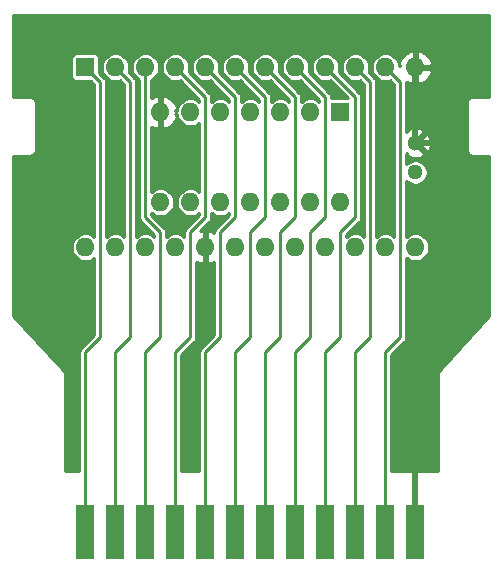
<source format=gbr>
%TF.GenerationSoftware,KiCad,Pcbnew,5.1.9+dfsg1-1+deb11u1*%
%TF.CreationDate,2022-09-21T22:02:56+02:00*%
%TF.ProjectId,outline+2600cart,6f75746c-696e-4652-9b32-363030636172,rev?*%
%TF.SameCoordinates,Original*%
%TF.FileFunction,Copper,L1,Top*%
%TF.FilePolarity,Positive*%
%FSLAX46Y46*%
G04 Gerber Fmt 4.6, Leading zero omitted, Abs format (unit mm)*
G04 Created by KiCad (PCBNEW 5.1.9+dfsg1-1+deb11u1) date 2022-09-21 22:02:56*
%MOMM*%
%LPD*%
G01*
G04 APERTURE LIST*
%TA.AperFunction,ComponentPad*%
%ADD10R,1.600000X1.600000*%
%TD*%
%TA.AperFunction,ComponentPad*%
%ADD11O,1.600000X1.600000*%
%TD*%
%TA.AperFunction,ComponentPad*%
%ADD12O,1.300000X1.300000*%
%TD*%
%TA.AperFunction,ComponentPad*%
%ADD13C,1.300000*%
%TD*%
%TA.AperFunction,ConnectorPad*%
%ADD14R,1.524000X4.572000*%
%TD*%
%TA.AperFunction,Conductor*%
%ADD15C,0.500000*%
%TD*%
%TA.AperFunction,Conductor*%
%ADD16C,0.250000*%
%TD*%
%TA.AperFunction,Conductor*%
%ADD17C,0.254000*%
%TD*%
%TA.AperFunction,Conductor*%
%ADD18C,0.100000*%
%TD*%
G04 APERTURE END LIST*
D10*
%TO.P,U3,1*%
%TO.N,A7*%
X95504000Y-50800000D03*
D11*
%TO.P,U3,2*%
%TO.N,A6*%
X98044000Y-50800000D03*
%TO.P,U3,3*%
%TO.N,A5*%
X100584000Y-50800000D03*
%TO.P,U3,4*%
%TO.N,A4*%
X103124000Y-50800000D03*
%TO.P,U3,5*%
%TO.N,A3*%
X105664000Y-50800000D03*
%TO.P,U3,6*%
%TO.N,A2*%
X108204000Y-50800000D03*
%TO.P,U3,7*%
%TO.N,A1*%
X110744000Y-50800000D03*
%TO.P,U3,8*%
%TO.N,A0*%
X113284000Y-50800000D03*
%TO.P,U3,9*%
%TO.N,D0*%
X115824000Y-50800000D03*
%TO.P,U3,10*%
%TO.N,D1*%
X118364000Y-50800000D03*
%TO.P,U3,11*%
%TO.N,D2*%
X120904000Y-50800000D03*
%TO.P,U3,12*%
%TO.N,GND*%
X123444000Y-50800000D03*
%TO.P,U3,13*%
%TO.N,D3*%
X123444000Y-66040000D03*
%TO.P,U3,14*%
%TO.N,D4*%
X120904000Y-66040000D03*
%TO.P,U3,15*%
%TO.N,D5*%
X118364000Y-66040000D03*
%TO.P,U3,16*%
%TO.N,D6*%
X115824000Y-66040000D03*
%TO.P,U3,17*%
%TO.N,D7*%
X113284000Y-66040000D03*
%TO.P,U3,18*%
%TO.N,~ENABLE*%
X110744000Y-66040000D03*
%TO.P,U3,19*%
%TO.N,A10*%
X108204000Y-66040000D03*
%TO.P,U3,20*%
%TO.N,GND*%
X105664000Y-66040000D03*
%TO.P,U3,21*%
%TO.N,A11*%
X103124000Y-66040000D03*
%TO.P,U3,22*%
%TO.N,A9*%
X100584000Y-66040000D03*
%TO.P,U3,23*%
%TO.N,A8*%
X98044000Y-66040000D03*
%TO.P,U3,24*%
%TO.N,VCC*%
X95504000Y-66040000D03*
%TD*%
D12*
%TO.P,C1,1*%
%TO.N,VCC*%
X123444000Y-59690000D03*
D13*
%TO.P,C1,2*%
%TO.N,GND*%
X123444000Y-57190000D03*
%TD*%
D10*
%TO.P,U2,1*%
%TO.N,VCC*%
X117094000Y-54610000D03*
D11*
%TO.P,U2,2*%
%TO.N,N/C*%
X114554000Y-54610000D03*
%TO.P,U2,3*%
%TO.N,VCC*%
X112014000Y-54610000D03*
%TO.P,U2,4*%
%TO.N,N/C*%
X109474000Y-54610000D03*
%TO.P,U2,5*%
%TO.N,VCC*%
X106934000Y-54610000D03*
%TO.P,U2,6*%
%TO.N,N/C*%
X104394000Y-54610000D03*
%TO.P,U2,7*%
%TO.N,GND*%
X101854000Y-54610000D03*
%TO.P,U2,8*%
%TO.N,N/C*%
X101854000Y-62230000D03*
%TO.P,U2,9*%
%TO.N,VCC*%
X104394000Y-62230000D03*
%TO.P,U2,10*%
%TO.N,N/C*%
X106934000Y-62230000D03*
%TO.P,U2,11*%
%TO.N,VCC*%
X109474000Y-62230000D03*
%TO.P,U2,12*%
%TO.N,~ENABLE*%
X112014000Y-62230000D03*
%TO.P,U2,13*%
%TO.N,A12*%
X114554000Y-62230000D03*
%TO.P,U2,14*%
%TO.N,VCC*%
X117094000Y-62230000D03*
%TD*%
D14*
%TO.P,U1,12*%
%TO.N,GND*%
X123444000Y-90170000D03*
%TO.P,U1,11*%
%TO.N,D2*%
X120904000Y-90170000D03*
%TO.P,U1,10*%
%TO.N,D1*%
X118364000Y-90170000D03*
%TO.P,U1,9*%
%TO.N,D0*%
X115824000Y-90170000D03*
%TO.P,U1,8*%
%TO.N,A0*%
X113284000Y-90170000D03*
%TO.P,U1,7*%
%TO.N,A1*%
X110744000Y-90170000D03*
%TO.P,U1,6*%
%TO.N,A2*%
X108204000Y-90170000D03*
%TO.P,U1,5*%
%TO.N,A3*%
X105664000Y-90170000D03*
%TO.P,U1,4*%
%TO.N,A4*%
X103124000Y-90170000D03*
%TO.P,U1,3*%
%TO.N,A5*%
X100584000Y-90170000D03*
%TO.P,U1,2*%
%TO.N,A6*%
X98044000Y-90170000D03*
%TO.P,U1,1*%
%TO.N,A7*%
X95504000Y-90170000D03*
%TD*%
D15*
%TO.N,GND*%
X123444000Y-88900000D02*
X123444000Y-74930000D01*
X123444000Y-74930000D02*
X124714000Y-73660000D01*
X124714000Y-73660000D02*
X125984000Y-72390000D01*
X125984000Y-72390000D02*
X125984000Y-58420000D01*
X125984000Y-58420000D02*
X124754000Y-57190000D01*
X124754000Y-57190000D02*
X123444000Y-57190000D01*
X123444000Y-57190000D02*
X123444000Y-50800000D01*
D16*
%TO.N,A7*%
X96774000Y-52070000D02*
X95504000Y-50800000D01*
X96774000Y-73660000D02*
X96774000Y-52070000D01*
X95504000Y-88900000D02*
X95504000Y-74930000D01*
X95504000Y-74930000D02*
X96774000Y-73660000D01*
%TO.N,A6*%
X99314000Y-52070000D02*
X98044000Y-50800000D01*
X99314000Y-73660000D02*
X99314000Y-52070000D01*
X98044000Y-88900000D02*
X98044000Y-74930000D01*
X98044000Y-74930000D02*
X99314000Y-73660000D01*
%TO.N,A5*%
X100584000Y-63500000D02*
X100584000Y-50800000D01*
X101854000Y-64770000D02*
X100584000Y-63500000D01*
X101854000Y-73660000D02*
X101854000Y-64770000D01*
X100584000Y-88900000D02*
X100584000Y-74930000D01*
X100584000Y-74930000D02*
X101854000Y-73660000D01*
%TO.N,A4*%
X105664000Y-53340000D02*
X103124000Y-50800000D01*
X105664000Y-63500000D02*
X105664000Y-53340000D01*
X104394000Y-64770000D02*
X105664000Y-63500000D01*
X104394000Y-73660000D02*
X104394000Y-64770000D01*
X103124000Y-88900000D02*
X103124000Y-74930000D01*
X103124000Y-74930000D02*
X104394000Y-73660000D01*
%TO.N,A3*%
X108204000Y-53340000D02*
X105664000Y-50800000D01*
X108204000Y-63500000D02*
X108204000Y-53340000D01*
X106934000Y-64770000D02*
X108204000Y-63500000D01*
X106934000Y-73660000D02*
X106934000Y-64770000D01*
X105664000Y-88900000D02*
X105664000Y-74930000D01*
X105664000Y-74930000D02*
X106934000Y-73660000D01*
%TO.N,A2*%
X108204000Y-88900000D02*
X108204000Y-74930000D01*
X108204000Y-74930000D02*
X109474000Y-73660000D01*
X110744000Y-53340000D02*
X108204000Y-50800000D01*
X110744000Y-63500000D02*
X110744000Y-53340000D01*
X109474000Y-64770000D02*
X110744000Y-63500000D01*
X109474000Y-73660000D02*
X109474000Y-64770000D01*
%TO.N,A1*%
X113284000Y-53340000D02*
X110744000Y-50800000D01*
X113284000Y-63500000D02*
X113284000Y-53340000D01*
X112014000Y-64770000D02*
X113284000Y-63500000D01*
X112014000Y-73660000D02*
X112014000Y-64770000D01*
X110744000Y-88900000D02*
X110744000Y-74930000D01*
X110744000Y-74930000D02*
X112014000Y-73660000D01*
%TO.N,A0*%
X113284000Y-88900000D02*
X113284000Y-74930000D01*
X115824000Y-53340000D02*
X113284000Y-50800000D01*
X115824000Y-63500000D02*
X115824000Y-53340000D01*
X114554000Y-64770000D02*
X115824000Y-63500000D01*
X114554000Y-73660000D02*
X114554000Y-64770000D01*
X113284000Y-74930000D02*
X114554000Y-73660000D01*
%TO.N,D0*%
X118364000Y-53340000D02*
X115824000Y-50800000D01*
X118364000Y-63500000D02*
X118364000Y-53340000D01*
X117094000Y-64770000D02*
X118364000Y-63500000D01*
X117094000Y-73660000D02*
X117094000Y-64770000D01*
X115824000Y-88900000D02*
X115824000Y-74930000D01*
X115824000Y-74930000D02*
X117094000Y-73660000D01*
%TO.N,D1*%
X119634000Y-52070000D02*
X118364000Y-50800000D01*
X119634000Y-73660000D02*
X119634000Y-52070000D01*
X118364000Y-88900000D02*
X118364000Y-74930000D01*
X118364000Y-74930000D02*
X119634000Y-73660000D01*
%TO.N,D2*%
X120904000Y-88900000D02*
X120904000Y-74930000D01*
X120904000Y-74930000D02*
X122174000Y-73660000D01*
X122174000Y-52070000D02*
X120904000Y-50800000D01*
X122174000Y-73660000D02*
X122174000Y-52070000D01*
%TD*%
D17*
%TO.N,GND*%
X107698000Y-63290408D02*
X106593780Y-64394629D01*
X106574474Y-64410473D01*
X106511242Y-64487521D01*
X106486127Y-64534508D01*
X106464255Y-64575426D01*
X106435322Y-64670808D01*
X106425553Y-64770000D01*
X106428001Y-64794856D01*
X106428001Y-64828666D01*
X106401420Y-64808963D01*
X106147087Y-64688754D01*
X106013039Y-64648096D01*
X105791000Y-64770085D01*
X105791000Y-65913000D01*
X105811000Y-65913000D01*
X105811000Y-66167000D01*
X105791000Y-66167000D01*
X105791000Y-67309915D01*
X106013039Y-67431904D01*
X106147087Y-67391246D01*
X106401420Y-67271037D01*
X106428001Y-67251334D01*
X106428000Y-73450408D01*
X105323780Y-74554629D01*
X105304474Y-74570473D01*
X105241242Y-74647521D01*
X105216127Y-74694508D01*
X105194255Y-74735426D01*
X105165322Y-74830808D01*
X105155553Y-74930000D01*
X105158001Y-74954856D01*
X105158000Y-84963000D01*
X103630000Y-84963000D01*
X103630000Y-75139591D01*
X104734220Y-74035372D01*
X104753527Y-74019527D01*
X104816759Y-73942479D01*
X104863745Y-73854575D01*
X104892678Y-73759193D01*
X104900000Y-73684854D01*
X104900000Y-73684847D01*
X104902447Y-73660001D01*
X104900000Y-73635155D01*
X104900000Y-67251335D01*
X104926580Y-67271037D01*
X105180913Y-67391246D01*
X105314961Y-67431904D01*
X105537000Y-67309915D01*
X105537000Y-66167000D01*
X105517000Y-66167000D01*
X105517000Y-65913000D01*
X105537000Y-65913000D01*
X105537000Y-64770085D01*
X105314961Y-64648096D01*
X105195158Y-64684433D01*
X106004220Y-63875372D01*
X106023527Y-63859527D01*
X106086759Y-63782479D01*
X106133745Y-63694575D01*
X106162678Y-63599193D01*
X106170000Y-63524854D01*
X106170000Y-63524847D01*
X106172447Y-63500001D01*
X106170000Y-63475155D01*
X106170000Y-63136185D01*
X106181157Y-63147342D01*
X106374587Y-63276588D01*
X106589515Y-63365614D01*
X106817682Y-63411000D01*
X107050318Y-63411000D01*
X107278485Y-63365614D01*
X107493413Y-63276588D01*
X107686843Y-63147342D01*
X107698000Y-63136185D01*
X107698000Y-63290408D01*
%TA.AperFunction,Conductor*%
D18*
G36*
X107698000Y-63290408D02*
G01*
X106593780Y-64394629D01*
X106574474Y-64410473D01*
X106511242Y-64487521D01*
X106486127Y-64534508D01*
X106464255Y-64575426D01*
X106435322Y-64670808D01*
X106425553Y-64770000D01*
X106428001Y-64794856D01*
X106428001Y-64828666D01*
X106401420Y-64808963D01*
X106147087Y-64688754D01*
X106013039Y-64648096D01*
X105791000Y-64770085D01*
X105791000Y-65913000D01*
X105811000Y-65913000D01*
X105811000Y-66167000D01*
X105791000Y-66167000D01*
X105791000Y-67309915D01*
X106013039Y-67431904D01*
X106147087Y-67391246D01*
X106401420Y-67271037D01*
X106428001Y-67251334D01*
X106428000Y-73450408D01*
X105323780Y-74554629D01*
X105304474Y-74570473D01*
X105241242Y-74647521D01*
X105216127Y-74694508D01*
X105194255Y-74735426D01*
X105165322Y-74830808D01*
X105155553Y-74930000D01*
X105158001Y-74954856D01*
X105158000Y-84963000D01*
X103630000Y-84963000D01*
X103630000Y-75139591D01*
X104734220Y-74035372D01*
X104753527Y-74019527D01*
X104816759Y-73942479D01*
X104863745Y-73854575D01*
X104892678Y-73759193D01*
X104900000Y-73684854D01*
X104900000Y-73684847D01*
X104902447Y-73660001D01*
X104900000Y-73635155D01*
X104900000Y-67251335D01*
X104926580Y-67271037D01*
X105180913Y-67391246D01*
X105314961Y-67431904D01*
X105537000Y-67309915D01*
X105537000Y-66167000D01*
X105517000Y-66167000D01*
X105517000Y-65913000D01*
X105537000Y-65913000D01*
X105537000Y-64770085D01*
X105314961Y-64648096D01*
X105195158Y-64684433D01*
X106004220Y-63875372D01*
X106023527Y-63859527D01*
X106086759Y-63782479D01*
X106133745Y-63694575D01*
X106162678Y-63599193D01*
X106170000Y-63524854D01*
X106170000Y-63524847D01*
X106172447Y-63500001D01*
X106170000Y-63475155D01*
X106170000Y-63136185D01*
X106181157Y-63147342D01*
X106374587Y-63276588D01*
X106589515Y-63365614D01*
X106817682Y-63411000D01*
X107050318Y-63411000D01*
X107278485Y-63365614D01*
X107493413Y-63276588D01*
X107686843Y-63147342D01*
X107698000Y-63136185D01*
X107698000Y-63290408D01*
G37*
%TD.AperFunction*%
D17*
X129667000Y-53289200D02*
X128320347Y-53289200D01*
X128295400Y-53286743D01*
X128270453Y-53289200D01*
X128195815Y-53296551D01*
X128100057Y-53325599D01*
X128011805Y-53372771D01*
X127934452Y-53436252D01*
X127870971Y-53513605D01*
X127823799Y-53601857D01*
X127794751Y-53697615D01*
X127784943Y-53797200D01*
X127787401Y-53822157D01*
X127787400Y-57760053D01*
X127784943Y-57785000D01*
X127794751Y-57884585D01*
X127823799Y-57980343D01*
X127870971Y-58068595D01*
X127934452Y-58145948D01*
X128011805Y-58209429D01*
X128100057Y-58256601D01*
X128195815Y-58285649D01*
X128295400Y-58295457D01*
X128320347Y-58293000D01*
X129667001Y-58293000D01*
X129667000Y-71887951D01*
X125481233Y-76465370D01*
X125470653Y-76474052D01*
X125447547Y-76502207D01*
X125439875Y-76510597D01*
X125431710Y-76521505D01*
X125407172Y-76551405D01*
X125401786Y-76561482D01*
X125394932Y-76570638D01*
X125378229Y-76605553D01*
X125360000Y-76639657D01*
X125356683Y-76650593D01*
X125351748Y-76660908D01*
X125342181Y-76698398D01*
X125330952Y-76735415D01*
X125329832Y-76746792D01*
X125327005Y-76757868D01*
X125324935Y-76796509D01*
X125323601Y-76810053D01*
X125323601Y-76821409D01*
X125321652Y-76857790D01*
X125323601Y-76871342D01*
X125323600Y-84963000D01*
X121410000Y-84963000D01*
X121410000Y-75139591D01*
X122514220Y-74035372D01*
X122533527Y-74019527D01*
X122596759Y-73942479D01*
X122643745Y-73854575D01*
X122672678Y-73759193D01*
X122680000Y-73684854D01*
X122680000Y-73684847D01*
X122682447Y-73660001D01*
X122680000Y-73635155D01*
X122680000Y-66946185D01*
X122691157Y-66957342D01*
X122884587Y-67086588D01*
X123099515Y-67175614D01*
X123327682Y-67221000D01*
X123560318Y-67221000D01*
X123788485Y-67175614D01*
X124003413Y-67086588D01*
X124196843Y-66957342D01*
X124361342Y-66792843D01*
X124490588Y-66599413D01*
X124579614Y-66384485D01*
X124625000Y-66156318D01*
X124625000Y-65923682D01*
X124579614Y-65695515D01*
X124490588Y-65480587D01*
X124361342Y-65287157D01*
X124196843Y-65122658D01*
X124003413Y-64993412D01*
X123788485Y-64904386D01*
X123560318Y-64859000D01*
X123327682Y-64859000D01*
X123099515Y-64904386D01*
X122884587Y-64993412D01*
X122691157Y-65122658D01*
X122680000Y-65133815D01*
X122680000Y-60384054D01*
X122786776Y-60490830D01*
X122955638Y-60603661D01*
X123143268Y-60681380D01*
X123342455Y-60721000D01*
X123545545Y-60721000D01*
X123744732Y-60681380D01*
X123932362Y-60603661D01*
X124101224Y-60490830D01*
X124244830Y-60347224D01*
X124357661Y-60178362D01*
X124435380Y-59990732D01*
X124475000Y-59791545D01*
X124475000Y-59588455D01*
X124435380Y-59389268D01*
X124357661Y-59201638D01*
X124244830Y-59032776D01*
X124101224Y-58889170D01*
X123932362Y-58776339D01*
X123744732Y-58698620D01*
X123545545Y-58659000D01*
X123342455Y-58659000D01*
X123143268Y-58698620D01*
X122955638Y-58776339D01*
X122786776Y-58889170D01*
X122680000Y-58995946D01*
X122680000Y-58133608D01*
X122738079Y-58075529D01*
X122791466Y-58304201D01*
X123021374Y-58410095D01*
X123267524Y-58469102D01*
X123520455Y-58478952D01*
X123770449Y-58439270D01*
X124007896Y-58351578D01*
X124096534Y-58304201D01*
X124149922Y-58075527D01*
X123444000Y-57369605D01*
X123429858Y-57383748D01*
X123250253Y-57204143D01*
X123264395Y-57190000D01*
X123623605Y-57190000D01*
X124329527Y-57895922D01*
X124558201Y-57842534D01*
X124664095Y-57612626D01*
X124723102Y-57366476D01*
X124732952Y-57113545D01*
X124693270Y-56863551D01*
X124605578Y-56626104D01*
X124558201Y-56537466D01*
X124329527Y-56484078D01*
X123623605Y-57190000D01*
X123264395Y-57190000D01*
X123250253Y-57175858D01*
X123429858Y-56996253D01*
X123444000Y-57010395D01*
X124149922Y-56304473D01*
X124096534Y-56075799D01*
X123866626Y-55969905D01*
X123620476Y-55910898D01*
X123367545Y-55901048D01*
X123117551Y-55940730D01*
X122880104Y-56028422D01*
X122791466Y-56075799D01*
X122738079Y-56304471D01*
X122680000Y-56246392D01*
X122680000Y-52094845D01*
X122682447Y-52069999D01*
X122680000Y-52045153D01*
X122680000Y-52045146D01*
X122676407Y-52008672D01*
X122706580Y-52031037D01*
X122960913Y-52151246D01*
X123094961Y-52191904D01*
X123317000Y-52069915D01*
X123317000Y-50927000D01*
X123571000Y-50927000D01*
X123571000Y-52069915D01*
X123793039Y-52191904D01*
X123927087Y-52151246D01*
X124181420Y-52031037D01*
X124407414Y-51863519D01*
X124596385Y-51655131D01*
X124741070Y-51413881D01*
X124835909Y-51149040D01*
X124714624Y-50927000D01*
X123571000Y-50927000D01*
X123317000Y-50927000D01*
X123297000Y-50927000D01*
X123297000Y-50673000D01*
X123317000Y-50673000D01*
X123317000Y-49530085D01*
X123571000Y-49530085D01*
X123571000Y-50673000D01*
X124714624Y-50673000D01*
X124835909Y-50450960D01*
X124741070Y-50186119D01*
X124596385Y-49944869D01*
X124407414Y-49736481D01*
X124181420Y-49568963D01*
X123927087Y-49448754D01*
X123793039Y-49408096D01*
X123571000Y-49530085D01*
X123317000Y-49530085D01*
X123094961Y-49408096D01*
X122960913Y-49448754D01*
X122706580Y-49568963D01*
X122480586Y-49736481D01*
X122291615Y-49944869D01*
X122146930Y-50186119D01*
X122052091Y-50450960D01*
X122173375Y-50672998D01*
X122082875Y-50672998D01*
X122039614Y-50455515D01*
X121950588Y-50240587D01*
X121821342Y-50047157D01*
X121656843Y-49882658D01*
X121463413Y-49753412D01*
X121248485Y-49664386D01*
X121020318Y-49619000D01*
X120787682Y-49619000D01*
X120559515Y-49664386D01*
X120344587Y-49753412D01*
X120151157Y-49882658D01*
X119986658Y-50047157D01*
X119857412Y-50240587D01*
X119768386Y-50455515D01*
X119723000Y-50683682D01*
X119723000Y-50916318D01*
X119768386Y-51144485D01*
X119857412Y-51359413D01*
X119986658Y-51552843D01*
X120151157Y-51717342D01*
X120344587Y-51846588D01*
X120559515Y-51935614D01*
X120787682Y-51981000D01*
X121020318Y-51981000D01*
X121248485Y-51935614D01*
X121301898Y-51913490D01*
X121668001Y-52279593D01*
X121668000Y-65133815D01*
X121656843Y-65122658D01*
X121463413Y-64993412D01*
X121248485Y-64904386D01*
X121020318Y-64859000D01*
X120787682Y-64859000D01*
X120559515Y-64904386D01*
X120344587Y-64993412D01*
X120151157Y-65122658D01*
X120140000Y-65133815D01*
X120140000Y-52094845D01*
X120142447Y-52069999D01*
X120140000Y-52045153D01*
X120140000Y-52045146D01*
X120132678Y-51970807D01*
X120103745Y-51875425D01*
X120056759Y-51787521D01*
X119993527Y-51710473D01*
X119974220Y-51694628D01*
X119477490Y-51197898D01*
X119499614Y-51144485D01*
X119545000Y-50916318D01*
X119545000Y-50683682D01*
X119499614Y-50455515D01*
X119410588Y-50240587D01*
X119281342Y-50047157D01*
X119116843Y-49882658D01*
X118923413Y-49753412D01*
X118708485Y-49664386D01*
X118480318Y-49619000D01*
X118247682Y-49619000D01*
X118019515Y-49664386D01*
X117804587Y-49753412D01*
X117611157Y-49882658D01*
X117446658Y-50047157D01*
X117317412Y-50240587D01*
X117228386Y-50455515D01*
X117183000Y-50683682D01*
X117183000Y-50916318D01*
X117228386Y-51144485D01*
X117317412Y-51359413D01*
X117446658Y-51552843D01*
X117611157Y-51717342D01*
X117804587Y-51846588D01*
X118019515Y-51935614D01*
X118247682Y-51981000D01*
X118480318Y-51981000D01*
X118708485Y-51935614D01*
X118761898Y-51913490D01*
X119128001Y-52279593D01*
X119128000Y-65133815D01*
X119116843Y-65122658D01*
X118923413Y-64993412D01*
X118708485Y-64904386D01*
X118480318Y-64859000D01*
X118247682Y-64859000D01*
X118019515Y-64904386D01*
X117804587Y-64993412D01*
X117611157Y-65122658D01*
X117600000Y-65133815D01*
X117600000Y-64979591D01*
X118704220Y-63875372D01*
X118723527Y-63859527D01*
X118786759Y-63782479D01*
X118833745Y-63694575D01*
X118862678Y-63599193D01*
X118870000Y-63524854D01*
X118870000Y-63524847D01*
X118872447Y-63500001D01*
X118870000Y-63475155D01*
X118870000Y-53364845D01*
X118872447Y-53339999D01*
X118870000Y-53315153D01*
X118870000Y-53315146D01*
X118862678Y-53240807D01*
X118833745Y-53145425D01*
X118786759Y-53057521D01*
X118723527Y-52980473D01*
X118704220Y-52964628D01*
X116937490Y-51197898D01*
X116959614Y-51144485D01*
X117005000Y-50916318D01*
X117005000Y-50683682D01*
X116959614Y-50455515D01*
X116870588Y-50240587D01*
X116741342Y-50047157D01*
X116576843Y-49882658D01*
X116383413Y-49753412D01*
X116168485Y-49664386D01*
X115940318Y-49619000D01*
X115707682Y-49619000D01*
X115479515Y-49664386D01*
X115264587Y-49753412D01*
X115071157Y-49882658D01*
X114906658Y-50047157D01*
X114777412Y-50240587D01*
X114688386Y-50455515D01*
X114643000Y-50683682D01*
X114643000Y-50916318D01*
X114688386Y-51144485D01*
X114777412Y-51359413D01*
X114906658Y-51552843D01*
X115071157Y-51717342D01*
X115264587Y-51846588D01*
X115479515Y-51935614D01*
X115707682Y-51981000D01*
X115940318Y-51981000D01*
X116168485Y-51935614D01*
X116221898Y-51913490D01*
X117735565Y-53427157D01*
X116330000Y-53427157D01*
X116330000Y-53364845D01*
X116332447Y-53339999D01*
X116330000Y-53315153D01*
X116330000Y-53315146D01*
X116322678Y-53240807D01*
X116293745Y-53145425D01*
X116246759Y-53057521D01*
X116183527Y-52980473D01*
X116164220Y-52964628D01*
X114397490Y-51197898D01*
X114419614Y-51144485D01*
X114465000Y-50916318D01*
X114465000Y-50683682D01*
X114419614Y-50455515D01*
X114330588Y-50240587D01*
X114201342Y-50047157D01*
X114036843Y-49882658D01*
X113843413Y-49753412D01*
X113628485Y-49664386D01*
X113400318Y-49619000D01*
X113167682Y-49619000D01*
X112939515Y-49664386D01*
X112724587Y-49753412D01*
X112531157Y-49882658D01*
X112366658Y-50047157D01*
X112237412Y-50240587D01*
X112148386Y-50455515D01*
X112103000Y-50683682D01*
X112103000Y-50916318D01*
X112148386Y-51144485D01*
X112237412Y-51359413D01*
X112366658Y-51552843D01*
X112531157Y-51717342D01*
X112724587Y-51846588D01*
X112939515Y-51935614D01*
X113167682Y-51981000D01*
X113400318Y-51981000D01*
X113628485Y-51935614D01*
X113681898Y-51913490D01*
X115318001Y-53549593D01*
X115318001Y-53703816D01*
X115306843Y-53692658D01*
X115113413Y-53563412D01*
X114898485Y-53474386D01*
X114670318Y-53429000D01*
X114437682Y-53429000D01*
X114209515Y-53474386D01*
X113994587Y-53563412D01*
X113801157Y-53692658D01*
X113790000Y-53703815D01*
X113790000Y-53364845D01*
X113792447Y-53339999D01*
X113790000Y-53315153D01*
X113790000Y-53315146D01*
X113782678Y-53240807D01*
X113753745Y-53145425D01*
X113706759Y-53057521D01*
X113643527Y-52980473D01*
X113624220Y-52964628D01*
X111857490Y-51197898D01*
X111879614Y-51144485D01*
X111925000Y-50916318D01*
X111925000Y-50683682D01*
X111879614Y-50455515D01*
X111790588Y-50240587D01*
X111661342Y-50047157D01*
X111496843Y-49882658D01*
X111303413Y-49753412D01*
X111088485Y-49664386D01*
X110860318Y-49619000D01*
X110627682Y-49619000D01*
X110399515Y-49664386D01*
X110184587Y-49753412D01*
X109991157Y-49882658D01*
X109826658Y-50047157D01*
X109697412Y-50240587D01*
X109608386Y-50455515D01*
X109563000Y-50683682D01*
X109563000Y-50916318D01*
X109608386Y-51144485D01*
X109697412Y-51359413D01*
X109826658Y-51552843D01*
X109991157Y-51717342D01*
X110184587Y-51846588D01*
X110399515Y-51935614D01*
X110627682Y-51981000D01*
X110860318Y-51981000D01*
X111088485Y-51935614D01*
X111141898Y-51913490D01*
X112778001Y-53549593D01*
X112778001Y-53703816D01*
X112766843Y-53692658D01*
X112573413Y-53563412D01*
X112358485Y-53474386D01*
X112130318Y-53429000D01*
X111897682Y-53429000D01*
X111669515Y-53474386D01*
X111454587Y-53563412D01*
X111261157Y-53692658D01*
X111250000Y-53703815D01*
X111250000Y-53364845D01*
X111252447Y-53339999D01*
X111250000Y-53315153D01*
X111250000Y-53315146D01*
X111242678Y-53240807D01*
X111213745Y-53145425D01*
X111166759Y-53057521D01*
X111103527Y-52980473D01*
X111084220Y-52964628D01*
X109317490Y-51197898D01*
X109339614Y-51144485D01*
X109385000Y-50916318D01*
X109385000Y-50683682D01*
X109339614Y-50455515D01*
X109250588Y-50240587D01*
X109121342Y-50047157D01*
X108956843Y-49882658D01*
X108763413Y-49753412D01*
X108548485Y-49664386D01*
X108320318Y-49619000D01*
X108087682Y-49619000D01*
X107859515Y-49664386D01*
X107644587Y-49753412D01*
X107451157Y-49882658D01*
X107286658Y-50047157D01*
X107157412Y-50240587D01*
X107068386Y-50455515D01*
X107023000Y-50683682D01*
X107023000Y-50916318D01*
X107068386Y-51144485D01*
X107157412Y-51359413D01*
X107286658Y-51552843D01*
X107451157Y-51717342D01*
X107644587Y-51846588D01*
X107859515Y-51935614D01*
X108087682Y-51981000D01*
X108320318Y-51981000D01*
X108548485Y-51935614D01*
X108601898Y-51913490D01*
X110238001Y-53549593D01*
X110238001Y-53703816D01*
X110226843Y-53692658D01*
X110033413Y-53563412D01*
X109818485Y-53474386D01*
X109590318Y-53429000D01*
X109357682Y-53429000D01*
X109129515Y-53474386D01*
X108914587Y-53563412D01*
X108721157Y-53692658D01*
X108710000Y-53703815D01*
X108710000Y-53364845D01*
X108712447Y-53339999D01*
X108710000Y-53315153D01*
X108710000Y-53315146D01*
X108702678Y-53240807D01*
X108673745Y-53145425D01*
X108626759Y-53057521D01*
X108563527Y-52980473D01*
X108544220Y-52964628D01*
X106777490Y-51197898D01*
X106799614Y-51144485D01*
X106845000Y-50916318D01*
X106845000Y-50683682D01*
X106799614Y-50455515D01*
X106710588Y-50240587D01*
X106581342Y-50047157D01*
X106416843Y-49882658D01*
X106223413Y-49753412D01*
X106008485Y-49664386D01*
X105780318Y-49619000D01*
X105547682Y-49619000D01*
X105319515Y-49664386D01*
X105104587Y-49753412D01*
X104911157Y-49882658D01*
X104746658Y-50047157D01*
X104617412Y-50240587D01*
X104528386Y-50455515D01*
X104483000Y-50683682D01*
X104483000Y-50916318D01*
X104528386Y-51144485D01*
X104617412Y-51359413D01*
X104746658Y-51552843D01*
X104911157Y-51717342D01*
X105104587Y-51846588D01*
X105319515Y-51935614D01*
X105547682Y-51981000D01*
X105780318Y-51981000D01*
X106008485Y-51935614D01*
X106061898Y-51913490D01*
X107698001Y-53549593D01*
X107698001Y-53703816D01*
X107686843Y-53692658D01*
X107493413Y-53563412D01*
X107278485Y-53474386D01*
X107050318Y-53429000D01*
X106817682Y-53429000D01*
X106589515Y-53474386D01*
X106374587Y-53563412D01*
X106181157Y-53692658D01*
X106170000Y-53703815D01*
X106170000Y-53364845D01*
X106172447Y-53339999D01*
X106170000Y-53315153D01*
X106170000Y-53315146D01*
X106162678Y-53240807D01*
X106133745Y-53145425D01*
X106086759Y-53057521D01*
X106023527Y-52980473D01*
X106004220Y-52964628D01*
X104237490Y-51197898D01*
X104259614Y-51144485D01*
X104305000Y-50916318D01*
X104305000Y-50683682D01*
X104259614Y-50455515D01*
X104170588Y-50240587D01*
X104041342Y-50047157D01*
X103876843Y-49882658D01*
X103683413Y-49753412D01*
X103468485Y-49664386D01*
X103240318Y-49619000D01*
X103007682Y-49619000D01*
X102779515Y-49664386D01*
X102564587Y-49753412D01*
X102371157Y-49882658D01*
X102206658Y-50047157D01*
X102077412Y-50240587D01*
X101988386Y-50455515D01*
X101943000Y-50683682D01*
X101943000Y-50916318D01*
X101988386Y-51144485D01*
X102077412Y-51359413D01*
X102206658Y-51552843D01*
X102371157Y-51717342D01*
X102564587Y-51846588D01*
X102779515Y-51935614D01*
X103007682Y-51981000D01*
X103240318Y-51981000D01*
X103468485Y-51935614D01*
X103521898Y-51913490D01*
X105158001Y-53549593D01*
X105158001Y-53703816D01*
X105146843Y-53692658D01*
X104953413Y-53563412D01*
X104738485Y-53474386D01*
X104510318Y-53429000D01*
X104277682Y-53429000D01*
X104049515Y-53474386D01*
X103834587Y-53563412D01*
X103641157Y-53692658D01*
X103476658Y-53857157D01*
X103347412Y-54050587D01*
X103258386Y-54265515D01*
X103215125Y-54482998D01*
X103124625Y-54482998D01*
X103245909Y-54260960D01*
X103151070Y-53996119D01*
X103006385Y-53754869D01*
X102817414Y-53546481D01*
X102591420Y-53378963D01*
X102337087Y-53258754D01*
X102203039Y-53218096D01*
X101981000Y-53340085D01*
X101981000Y-54483000D01*
X102001000Y-54483000D01*
X102001000Y-54737000D01*
X101981000Y-54737000D01*
X101981000Y-55879915D01*
X102203039Y-56001904D01*
X102337087Y-55961246D01*
X102591420Y-55841037D01*
X102817414Y-55673519D01*
X103006385Y-55465131D01*
X103151070Y-55223881D01*
X103245909Y-54959040D01*
X103124625Y-54737002D01*
X103215125Y-54737002D01*
X103258386Y-54954485D01*
X103347412Y-55169413D01*
X103476658Y-55362843D01*
X103641157Y-55527342D01*
X103834587Y-55656588D01*
X104049515Y-55745614D01*
X104277682Y-55791000D01*
X104510318Y-55791000D01*
X104738485Y-55745614D01*
X104953413Y-55656588D01*
X105146843Y-55527342D01*
X105158001Y-55516184D01*
X105158000Y-61323815D01*
X105146843Y-61312658D01*
X104953413Y-61183412D01*
X104738485Y-61094386D01*
X104510318Y-61049000D01*
X104277682Y-61049000D01*
X104049515Y-61094386D01*
X103834587Y-61183412D01*
X103641157Y-61312658D01*
X103476658Y-61477157D01*
X103347412Y-61670587D01*
X103258386Y-61885515D01*
X103213000Y-62113682D01*
X103213000Y-62346318D01*
X103258386Y-62574485D01*
X103347412Y-62789413D01*
X103476658Y-62982843D01*
X103641157Y-63147342D01*
X103834587Y-63276588D01*
X104049515Y-63365614D01*
X104277682Y-63411000D01*
X104510318Y-63411000D01*
X104738485Y-63365614D01*
X104953413Y-63276588D01*
X105146843Y-63147342D01*
X105158000Y-63136185D01*
X105158000Y-63290408D01*
X104053780Y-64394629D01*
X104034474Y-64410473D01*
X103971242Y-64487521D01*
X103946127Y-64534508D01*
X103924255Y-64575426D01*
X103895322Y-64670808D01*
X103885553Y-64770000D01*
X103888001Y-64794856D01*
X103888001Y-65133816D01*
X103876843Y-65122658D01*
X103683413Y-64993412D01*
X103468485Y-64904386D01*
X103240318Y-64859000D01*
X103007682Y-64859000D01*
X102779515Y-64904386D01*
X102564587Y-64993412D01*
X102371157Y-65122658D01*
X102360000Y-65133815D01*
X102360000Y-64794845D01*
X102362447Y-64769999D01*
X102360000Y-64745153D01*
X102360000Y-64745146D01*
X102352678Y-64670807D01*
X102323745Y-64575425D01*
X102276759Y-64487521D01*
X102213527Y-64410473D01*
X102194220Y-64394628D01*
X101090000Y-63290409D01*
X101090000Y-63136185D01*
X101101157Y-63147342D01*
X101294587Y-63276588D01*
X101509515Y-63365614D01*
X101737682Y-63411000D01*
X101970318Y-63411000D01*
X102198485Y-63365614D01*
X102413413Y-63276588D01*
X102606843Y-63147342D01*
X102771342Y-62982843D01*
X102900588Y-62789413D01*
X102989614Y-62574485D01*
X103035000Y-62346318D01*
X103035000Y-62113682D01*
X102989614Y-61885515D01*
X102900588Y-61670587D01*
X102771342Y-61477157D01*
X102606843Y-61312658D01*
X102413413Y-61183412D01*
X102198485Y-61094386D01*
X101970318Y-61049000D01*
X101737682Y-61049000D01*
X101509515Y-61094386D01*
X101294587Y-61183412D01*
X101101157Y-61312658D01*
X101090000Y-61323815D01*
X101090000Y-55821335D01*
X101116580Y-55841037D01*
X101370913Y-55961246D01*
X101504961Y-56001904D01*
X101727000Y-55879915D01*
X101727000Y-54737000D01*
X101707000Y-54737000D01*
X101707000Y-54483000D01*
X101727000Y-54483000D01*
X101727000Y-53340085D01*
X101504961Y-53218096D01*
X101370913Y-53258754D01*
X101116580Y-53378963D01*
X101090000Y-53398665D01*
X101090000Y-51868712D01*
X101143413Y-51846588D01*
X101336843Y-51717342D01*
X101501342Y-51552843D01*
X101630588Y-51359413D01*
X101719614Y-51144485D01*
X101765000Y-50916318D01*
X101765000Y-50683682D01*
X101719614Y-50455515D01*
X101630588Y-50240587D01*
X101501342Y-50047157D01*
X101336843Y-49882658D01*
X101143413Y-49753412D01*
X100928485Y-49664386D01*
X100700318Y-49619000D01*
X100467682Y-49619000D01*
X100239515Y-49664386D01*
X100024587Y-49753412D01*
X99831157Y-49882658D01*
X99666658Y-50047157D01*
X99537412Y-50240587D01*
X99448386Y-50455515D01*
X99403000Y-50683682D01*
X99403000Y-50916318D01*
X99448386Y-51144485D01*
X99537412Y-51359413D01*
X99666658Y-51552843D01*
X99831157Y-51717342D01*
X100024587Y-51846588D01*
X100078001Y-51868713D01*
X100078000Y-63475154D01*
X100075553Y-63500000D01*
X100078000Y-63524846D01*
X100078000Y-63524853D01*
X100085322Y-63599192D01*
X100114255Y-63694574D01*
X100161241Y-63782479D01*
X100224473Y-63859527D01*
X100243785Y-63875376D01*
X101348001Y-64979593D01*
X101348001Y-65133816D01*
X101336843Y-65122658D01*
X101143413Y-64993412D01*
X100928485Y-64904386D01*
X100700318Y-64859000D01*
X100467682Y-64859000D01*
X100239515Y-64904386D01*
X100024587Y-64993412D01*
X99831157Y-65122658D01*
X99820000Y-65133815D01*
X99820000Y-52094845D01*
X99822447Y-52069999D01*
X99820000Y-52045153D01*
X99820000Y-52045146D01*
X99812678Y-51970807D01*
X99783745Y-51875425D01*
X99736759Y-51787521D01*
X99673527Y-51710473D01*
X99654220Y-51694628D01*
X99157490Y-51197898D01*
X99179614Y-51144485D01*
X99225000Y-50916318D01*
X99225000Y-50683682D01*
X99179614Y-50455515D01*
X99090588Y-50240587D01*
X98961342Y-50047157D01*
X98796843Y-49882658D01*
X98603413Y-49753412D01*
X98388485Y-49664386D01*
X98160318Y-49619000D01*
X97927682Y-49619000D01*
X97699515Y-49664386D01*
X97484587Y-49753412D01*
X97291157Y-49882658D01*
X97126658Y-50047157D01*
X96997412Y-50240587D01*
X96908386Y-50455515D01*
X96863000Y-50683682D01*
X96863000Y-50916318D01*
X96908386Y-51144485D01*
X96997412Y-51359413D01*
X97126658Y-51552843D01*
X97291157Y-51717342D01*
X97484587Y-51846588D01*
X97699515Y-51935614D01*
X97927682Y-51981000D01*
X98160318Y-51981000D01*
X98388485Y-51935614D01*
X98441898Y-51913490D01*
X98808001Y-52279593D01*
X98808000Y-65133815D01*
X98796843Y-65122658D01*
X98603413Y-64993412D01*
X98388485Y-64904386D01*
X98160318Y-64859000D01*
X97927682Y-64859000D01*
X97699515Y-64904386D01*
X97484587Y-64993412D01*
X97291157Y-65122658D01*
X97280000Y-65133815D01*
X97280000Y-52094845D01*
X97282447Y-52069999D01*
X97280000Y-52045153D01*
X97280000Y-52045146D01*
X97272678Y-51970807D01*
X97243745Y-51875425D01*
X97196759Y-51787521D01*
X97133527Y-51710473D01*
X97114220Y-51694628D01*
X96686843Y-51267251D01*
X96686843Y-50000000D01*
X96679487Y-49925311D01*
X96657701Y-49853492D01*
X96622322Y-49787304D01*
X96574711Y-49729289D01*
X96516696Y-49681678D01*
X96450508Y-49646299D01*
X96378689Y-49624513D01*
X96304000Y-49617157D01*
X94704000Y-49617157D01*
X94629311Y-49624513D01*
X94557492Y-49646299D01*
X94491304Y-49681678D01*
X94433289Y-49729289D01*
X94385678Y-49787304D01*
X94350299Y-49853492D01*
X94328513Y-49925311D01*
X94321157Y-50000000D01*
X94321157Y-51600000D01*
X94328513Y-51674689D01*
X94350299Y-51746508D01*
X94385678Y-51812696D01*
X94433289Y-51870711D01*
X94491304Y-51918322D01*
X94557492Y-51953701D01*
X94629311Y-51975487D01*
X94704000Y-51982843D01*
X95971251Y-51982843D01*
X96268001Y-52279593D01*
X96268000Y-65133815D01*
X96256843Y-65122658D01*
X96063413Y-64993412D01*
X95848485Y-64904386D01*
X95620318Y-64859000D01*
X95387682Y-64859000D01*
X95159515Y-64904386D01*
X94944587Y-64993412D01*
X94751157Y-65122658D01*
X94586658Y-65287157D01*
X94457412Y-65480587D01*
X94368386Y-65695515D01*
X94323000Y-65923682D01*
X94323000Y-66156318D01*
X94368386Y-66384485D01*
X94457412Y-66599413D01*
X94586658Y-66792843D01*
X94751157Y-66957342D01*
X94944587Y-67086588D01*
X95159515Y-67175614D01*
X95387682Y-67221000D01*
X95620318Y-67221000D01*
X95848485Y-67175614D01*
X96063413Y-67086588D01*
X96256843Y-66957342D01*
X96268000Y-66946185D01*
X96268000Y-73450408D01*
X95163780Y-74554629D01*
X95144474Y-74570473D01*
X95081242Y-74647521D01*
X95056127Y-74694508D01*
X95034255Y-74735426D01*
X95005322Y-74830808D01*
X94995553Y-74930000D01*
X94998001Y-74954856D01*
X94998000Y-84963000D01*
X93802200Y-84963000D01*
X93802200Y-76869859D01*
X93804272Y-76854836D01*
X93802200Y-76819945D01*
X93802200Y-76810053D01*
X93800720Y-76795031D01*
X93798340Y-76754945D01*
X93795825Y-76745321D01*
X93794849Y-76735415D01*
X93783188Y-76696974D01*
X93773035Y-76658129D01*
X93768689Y-76649179D01*
X93765801Y-76639657D01*
X93746872Y-76604243D01*
X93729329Y-76568112D01*
X93723319Y-76560179D01*
X93718629Y-76551405D01*
X93693153Y-76520362D01*
X93684039Y-76508332D01*
X93677321Y-76501071D01*
X93655148Y-76474052D01*
X93643425Y-76464431D01*
X89408000Y-71886256D01*
X89408000Y-58293000D01*
X90754653Y-58293000D01*
X90779600Y-58295457D01*
X90804547Y-58293000D01*
X90879185Y-58285649D01*
X90974943Y-58256601D01*
X91063195Y-58209429D01*
X91140548Y-58145948D01*
X91204029Y-58068595D01*
X91251201Y-57980343D01*
X91280249Y-57884585D01*
X91290057Y-57785000D01*
X91287600Y-57760053D01*
X91287600Y-53822146D01*
X91290057Y-53797200D01*
X91280249Y-53697615D01*
X91251201Y-53601857D01*
X91204029Y-53513605D01*
X91140548Y-53436252D01*
X91063195Y-53372771D01*
X90974943Y-53325599D01*
X90879185Y-53296551D01*
X90804547Y-53289200D01*
X90779600Y-53286743D01*
X90754653Y-53289200D01*
X89408000Y-53289200D01*
X89408000Y-46355000D01*
X129667001Y-46355000D01*
X129667000Y-53289200D01*
%TA.AperFunction,Conductor*%
D18*
G36*
X129667000Y-53289200D02*
G01*
X128320347Y-53289200D01*
X128295400Y-53286743D01*
X128270453Y-53289200D01*
X128195815Y-53296551D01*
X128100057Y-53325599D01*
X128011805Y-53372771D01*
X127934452Y-53436252D01*
X127870971Y-53513605D01*
X127823799Y-53601857D01*
X127794751Y-53697615D01*
X127784943Y-53797200D01*
X127787401Y-53822157D01*
X127787400Y-57760053D01*
X127784943Y-57785000D01*
X127794751Y-57884585D01*
X127823799Y-57980343D01*
X127870971Y-58068595D01*
X127934452Y-58145948D01*
X128011805Y-58209429D01*
X128100057Y-58256601D01*
X128195815Y-58285649D01*
X128295400Y-58295457D01*
X128320347Y-58293000D01*
X129667001Y-58293000D01*
X129667000Y-71887951D01*
X125481233Y-76465370D01*
X125470653Y-76474052D01*
X125447547Y-76502207D01*
X125439875Y-76510597D01*
X125431710Y-76521505D01*
X125407172Y-76551405D01*
X125401786Y-76561482D01*
X125394932Y-76570638D01*
X125378229Y-76605553D01*
X125360000Y-76639657D01*
X125356683Y-76650593D01*
X125351748Y-76660908D01*
X125342181Y-76698398D01*
X125330952Y-76735415D01*
X125329832Y-76746792D01*
X125327005Y-76757868D01*
X125324935Y-76796509D01*
X125323601Y-76810053D01*
X125323601Y-76821409D01*
X125321652Y-76857790D01*
X125323601Y-76871342D01*
X125323600Y-84963000D01*
X121410000Y-84963000D01*
X121410000Y-75139591D01*
X122514220Y-74035372D01*
X122533527Y-74019527D01*
X122596759Y-73942479D01*
X122643745Y-73854575D01*
X122672678Y-73759193D01*
X122680000Y-73684854D01*
X122680000Y-73684847D01*
X122682447Y-73660001D01*
X122680000Y-73635155D01*
X122680000Y-66946185D01*
X122691157Y-66957342D01*
X122884587Y-67086588D01*
X123099515Y-67175614D01*
X123327682Y-67221000D01*
X123560318Y-67221000D01*
X123788485Y-67175614D01*
X124003413Y-67086588D01*
X124196843Y-66957342D01*
X124361342Y-66792843D01*
X124490588Y-66599413D01*
X124579614Y-66384485D01*
X124625000Y-66156318D01*
X124625000Y-65923682D01*
X124579614Y-65695515D01*
X124490588Y-65480587D01*
X124361342Y-65287157D01*
X124196843Y-65122658D01*
X124003413Y-64993412D01*
X123788485Y-64904386D01*
X123560318Y-64859000D01*
X123327682Y-64859000D01*
X123099515Y-64904386D01*
X122884587Y-64993412D01*
X122691157Y-65122658D01*
X122680000Y-65133815D01*
X122680000Y-60384054D01*
X122786776Y-60490830D01*
X122955638Y-60603661D01*
X123143268Y-60681380D01*
X123342455Y-60721000D01*
X123545545Y-60721000D01*
X123744732Y-60681380D01*
X123932362Y-60603661D01*
X124101224Y-60490830D01*
X124244830Y-60347224D01*
X124357661Y-60178362D01*
X124435380Y-59990732D01*
X124475000Y-59791545D01*
X124475000Y-59588455D01*
X124435380Y-59389268D01*
X124357661Y-59201638D01*
X124244830Y-59032776D01*
X124101224Y-58889170D01*
X123932362Y-58776339D01*
X123744732Y-58698620D01*
X123545545Y-58659000D01*
X123342455Y-58659000D01*
X123143268Y-58698620D01*
X122955638Y-58776339D01*
X122786776Y-58889170D01*
X122680000Y-58995946D01*
X122680000Y-58133608D01*
X122738079Y-58075529D01*
X122791466Y-58304201D01*
X123021374Y-58410095D01*
X123267524Y-58469102D01*
X123520455Y-58478952D01*
X123770449Y-58439270D01*
X124007896Y-58351578D01*
X124096534Y-58304201D01*
X124149922Y-58075527D01*
X123444000Y-57369605D01*
X123429858Y-57383748D01*
X123250253Y-57204143D01*
X123264395Y-57190000D01*
X123623605Y-57190000D01*
X124329527Y-57895922D01*
X124558201Y-57842534D01*
X124664095Y-57612626D01*
X124723102Y-57366476D01*
X124732952Y-57113545D01*
X124693270Y-56863551D01*
X124605578Y-56626104D01*
X124558201Y-56537466D01*
X124329527Y-56484078D01*
X123623605Y-57190000D01*
X123264395Y-57190000D01*
X123250253Y-57175858D01*
X123429858Y-56996253D01*
X123444000Y-57010395D01*
X124149922Y-56304473D01*
X124096534Y-56075799D01*
X123866626Y-55969905D01*
X123620476Y-55910898D01*
X123367545Y-55901048D01*
X123117551Y-55940730D01*
X122880104Y-56028422D01*
X122791466Y-56075799D01*
X122738079Y-56304471D01*
X122680000Y-56246392D01*
X122680000Y-52094845D01*
X122682447Y-52069999D01*
X122680000Y-52045153D01*
X122680000Y-52045146D01*
X122676407Y-52008672D01*
X122706580Y-52031037D01*
X122960913Y-52151246D01*
X123094961Y-52191904D01*
X123317000Y-52069915D01*
X123317000Y-50927000D01*
X123571000Y-50927000D01*
X123571000Y-52069915D01*
X123793039Y-52191904D01*
X123927087Y-52151246D01*
X124181420Y-52031037D01*
X124407414Y-51863519D01*
X124596385Y-51655131D01*
X124741070Y-51413881D01*
X124835909Y-51149040D01*
X124714624Y-50927000D01*
X123571000Y-50927000D01*
X123317000Y-50927000D01*
X123297000Y-50927000D01*
X123297000Y-50673000D01*
X123317000Y-50673000D01*
X123317000Y-49530085D01*
X123571000Y-49530085D01*
X123571000Y-50673000D01*
X124714624Y-50673000D01*
X124835909Y-50450960D01*
X124741070Y-50186119D01*
X124596385Y-49944869D01*
X124407414Y-49736481D01*
X124181420Y-49568963D01*
X123927087Y-49448754D01*
X123793039Y-49408096D01*
X123571000Y-49530085D01*
X123317000Y-49530085D01*
X123094961Y-49408096D01*
X122960913Y-49448754D01*
X122706580Y-49568963D01*
X122480586Y-49736481D01*
X122291615Y-49944869D01*
X122146930Y-50186119D01*
X122052091Y-50450960D01*
X122173375Y-50672998D01*
X122082875Y-50672998D01*
X122039614Y-50455515D01*
X121950588Y-50240587D01*
X121821342Y-50047157D01*
X121656843Y-49882658D01*
X121463413Y-49753412D01*
X121248485Y-49664386D01*
X121020318Y-49619000D01*
X120787682Y-49619000D01*
X120559515Y-49664386D01*
X120344587Y-49753412D01*
X120151157Y-49882658D01*
X119986658Y-50047157D01*
X119857412Y-50240587D01*
X119768386Y-50455515D01*
X119723000Y-50683682D01*
X119723000Y-50916318D01*
X119768386Y-51144485D01*
X119857412Y-51359413D01*
X119986658Y-51552843D01*
X120151157Y-51717342D01*
X120344587Y-51846588D01*
X120559515Y-51935614D01*
X120787682Y-51981000D01*
X121020318Y-51981000D01*
X121248485Y-51935614D01*
X121301898Y-51913490D01*
X121668001Y-52279593D01*
X121668000Y-65133815D01*
X121656843Y-65122658D01*
X121463413Y-64993412D01*
X121248485Y-64904386D01*
X121020318Y-64859000D01*
X120787682Y-64859000D01*
X120559515Y-64904386D01*
X120344587Y-64993412D01*
X120151157Y-65122658D01*
X120140000Y-65133815D01*
X120140000Y-52094845D01*
X120142447Y-52069999D01*
X120140000Y-52045153D01*
X120140000Y-52045146D01*
X120132678Y-51970807D01*
X120103745Y-51875425D01*
X120056759Y-51787521D01*
X119993527Y-51710473D01*
X119974220Y-51694628D01*
X119477490Y-51197898D01*
X119499614Y-51144485D01*
X119545000Y-50916318D01*
X119545000Y-50683682D01*
X119499614Y-50455515D01*
X119410588Y-50240587D01*
X119281342Y-50047157D01*
X119116843Y-49882658D01*
X118923413Y-49753412D01*
X118708485Y-49664386D01*
X118480318Y-49619000D01*
X118247682Y-49619000D01*
X118019515Y-49664386D01*
X117804587Y-49753412D01*
X117611157Y-49882658D01*
X117446658Y-50047157D01*
X117317412Y-50240587D01*
X117228386Y-50455515D01*
X117183000Y-50683682D01*
X117183000Y-50916318D01*
X117228386Y-51144485D01*
X117317412Y-51359413D01*
X117446658Y-51552843D01*
X117611157Y-51717342D01*
X117804587Y-51846588D01*
X118019515Y-51935614D01*
X118247682Y-51981000D01*
X118480318Y-51981000D01*
X118708485Y-51935614D01*
X118761898Y-51913490D01*
X119128001Y-52279593D01*
X119128000Y-65133815D01*
X119116843Y-65122658D01*
X118923413Y-64993412D01*
X118708485Y-64904386D01*
X118480318Y-64859000D01*
X118247682Y-64859000D01*
X118019515Y-64904386D01*
X117804587Y-64993412D01*
X117611157Y-65122658D01*
X117600000Y-65133815D01*
X117600000Y-64979591D01*
X118704220Y-63875372D01*
X118723527Y-63859527D01*
X118786759Y-63782479D01*
X118833745Y-63694575D01*
X118862678Y-63599193D01*
X118870000Y-63524854D01*
X118870000Y-63524847D01*
X118872447Y-63500001D01*
X118870000Y-63475155D01*
X118870000Y-53364845D01*
X118872447Y-53339999D01*
X118870000Y-53315153D01*
X118870000Y-53315146D01*
X118862678Y-53240807D01*
X118833745Y-53145425D01*
X118786759Y-53057521D01*
X118723527Y-52980473D01*
X118704220Y-52964628D01*
X116937490Y-51197898D01*
X116959614Y-51144485D01*
X117005000Y-50916318D01*
X117005000Y-50683682D01*
X116959614Y-50455515D01*
X116870588Y-50240587D01*
X116741342Y-50047157D01*
X116576843Y-49882658D01*
X116383413Y-49753412D01*
X116168485Y-49664386D01*
X115940318Y-49619000D01*
X115707682Y-49619000D01*
X115479515Y-49664386D01*
X115264587Y-49753412D01*
X115071157Y-49882658D01*
X114906658Y-50047157D01*
X114777412Y-50240587D01*
X114688386Y-50455515D01*
X114643000Y-50683682D01*
X114643000Y-50916318D01*
X114688386Y-51144485D01*
X114777412Y-51359413D01*
X114906658Y-51552843D01*
X115071157Y-51717342D01*
X115264587Y-51846588D01*
X115479515Y-51935614D01*
X115707682Y-51981000D01*
X115940318Y-51981000D01*
X116168485Y-51935614D01*
X116221898Y-51913490D01*
X117735565Y-53427157D01*
X116330000Y-53427157D01*
X116330000Y-53364845D01*
X116332447Y-53339999D01*
X116330000Y-53315153D01*
X116330000Y-53315146D01*
X116322678Y-53240807D01*
X116293745Y-53145425D01*
X116246759Y-53057521D01*
X116183527Y-52980473D01*
X116164220Y-52964628D01*
X114397490Y-51197898D01*
X114419614Y-51144485D01*
X114465000Y-50916318D01*
X114465000Y-50683682D01*
X114419614Y-50455515D01*
X114330588Y-50240587D01*
X114201342Y-50047157D01*
X114036843Y-49882658D01*
X113843413Y-49753412D01*
X113628485Y-49664386D01*
X113400318Y-49619000D01*
X113167682Y-49619000D01*
X112939515Y-49664386D01*
X112724587Y-49753412D01*
X112531157Y-49882658D01*
X112366658Y-50047157D01*
X112237412Y-50240587D01*
X112148386Y-50455515D01*
X112103000Y-50683682D01*
X112103000Y-50916318D01*
X112148386Y-51144485D01*
X112237412Y-51359413D01*
X112366658Y-51552843D01*
X112531157Y-51717342D01*
X112724587Y-51846588D01*
X112939515Y-51935614D01*
X113167682Y-51981000D01*
X113400318Y-51981000D01*
X113628485Y-51935614D01*
X113681898Y-51913490D01*
X115318001Y-53549593D01*
X115318001Y-53703816D01*
X115306843Y-53692658D01*
X115113413Y-53563412D01*
X114898485Y-53474386D01*
X114670318Y-53429000D01*
X114437682Y-53429000D01*
X114209515Y-53474386D01*
X113994587Y-53563412D01*
X113801157Y-53692658D01*
X113790000Y-53703815D01*
X113790000Y-53364845D01*
X113792447Y-53339999D01*
X113790000Y-53315153D01*
X113790000Y-53315146D01*
X113782678Y-53240807D01*
X113753745Y-53145425D01*
X113706759Y-53057521D01*
X113643527Y-52980473D01*
X113624220Y-52964628D01*
X111857490Y-51197898D01*
X111879614Y-51144485D01*
X111925000Y-50916318D01*
X111925000Y-50683682D01*
X111879614Y-50455515D01*
X111790588Y-50240587D01*
X111661342Y-50047157D01*
X111496843Y-49882658D01*
X111303413Y-49753412D01*
X111088485Y-49664386D01*
X110860318Y-49619000D01*
X110627682Y-49619000D01*
X110399515Y-49664386D01*
X110184587Y-49753412D01*
X109991157Y-49882658D01*
X109826658Y-50047157D01*
X109697412Y-50240587D01*
X109608386Y-50455515D01*
X109563000Y-50683682D01*
X109563000Y-50916318D01*
X109608386Y-51144485D01*
X109697412Y-51359413D01*
X109826658Y-51552843D01*
X109991157Y-51717342D01*
X110184587Y-51846588D01*
X110399515Y-51935614D01*
X110627682Y-51981000D01*
X110860318Y-51981000D01*
X111088485Y-51935614D01*
X111141898Y-51913490D01*
X112778001Y-53549593D01*
X112778001Y-53703816D01*
X112766843Y-53692658D01*
X112573413Y-53563412D01*
X112358485Y-53474386D01*
X112130318Y-53429000D01*
X111897682Y-53429000D01*
X111669515Y-53474386D01*
X111454587Y-53563412D01*
X111261157Y-53692658D01*
X111250000Y-53703815D01*
X111250000Y-53364845D01*
X111252447Y-53339999D01*
X111250000Y-53315153D01*
X111250000Y-53315146D01*
X111242678Y-53240807D01*
X111213745Y-53145425D01*
X111166759Y-53057521D01*
X111103527Y-52980473D01*
X111084220Y-52964628D01*
X109317490Y-51197898D01*
X109339614Y-51144485D01*
X109385000Y-50916318D01*
X109385000Y-50683682D01*
X109339614Y-50455515D01*
X109250588Y-50240587D01*
X109121342Y-50047157D01*
X108956843Y-49882658D01*
X108763413Y-49753412D01*
X108548485Y-49664386D01*
X108320318Y-49619000D01*
X108087682Y-49619000D01*
X107859515Y-49664386D01*
X107644587Y-49753412D01*
X107451157Y-49882658D01*
X107286658Y-50047157D01*
X107157412Y-50240587D01*
X107068386Y-50455515D01*
X107023000Y-50683682D01*
X107023000Y-50916318D01*
X107068386Y-51144485D01*
X107157412Y-51359413D01*
X107286658Y-51552843D01*
X107451157Y-51717342D01*
X107644587Y-51846588D01*
X107859515Y-51935614D01*
X108087682Y-51981000D01*
X108320318Y-51981000D01*
X108548485Y-51935614D01*
X108601898Y-51913490D01*
X110238001Y-53549593D01*
X110238001Y-53703816D01*
X110226843Y-53692658D01*
X110033413Y-53563412D01*
X109818485Y-53474386D01*
X109590318Y-53429000D01*
X109357682Y-53429000D01*
X109129515Y-53474386D01*
X108914587Y-53563412D01*
X108721157Y-53692658D01*
X108710000Y-53703815D01*
X108710000Y-53364845D01*
X108712447Y-53339999D01*
X108710000Y-53315153D01*
X108710000Y-53315146D01*
X108702678Y-53240807D01*
X108673745Y-53145425D01*
X108626759Y-53057521D01*
X108563527Y-52980473D01*
X108544220Y-52964628D01*
X106777490Y-51197898D01*
X106799614Y-51144485D01*
X106845000Y-50916318D01*
X106845000Y-50683682D01*
X106799614Y-50455515D01*
X106710588Y-50240587D01*
X106581342Y-50047157D01*
X106416843Y-49882658D01*
X106223413Y-49753412D01*
X106008485Y-49664386D01*
X105780318Y-49619000D01*
X105547682Y-49619000D01*
X105319515Y-49664386D01*
X105104587Y-49753412D01*
X104911157Y-49882658D01*
X104746658Y-50047157D01*
X104617412Y-50240587D01*
X104528386Y-50455515D01*
X104483000Y-50683682D01*
X104483000Y-50916318D01*
X104528386Y-51144485D01*
X104617412Y-51359413D01*
X104746658Y-51552843D01*
X104911157Y-51717342D01*
X105104587Y-51846588D01*
X105319515Y-51935614D01*
X105547682Y-51981000D01*
X105780318Y-51981000D01*
X106008485Y-51935614D01*
X106061898Y-51913490D01*
X107698001Y-53549593D01*
X107698001Y-53703816D01*
X107686843Y-53692658D01*
X107493413Y-53563412D01*
X107278485Y-53474386D01*
X107050318Y-53429000D01*
X106817682Y-53429000D01*
X106589515Y-53474386D01*
X106374587Y-53563412D01*
X106181157Y-53692658D01*
X106170000Y-53703815D01*
X106170000Y-53364845D01*
X106172447Y-53339999D01*
X106170000Y-53315153D01*
X106170000Y-53315146D01*
X106162678Y-53240807D01*
X106133745Y-53145425D01*
X106086759Y-53057521D01*
X106023527Y-52980473D01*
X106004220Y-52964628D01*
X104237490Y-51197898D01*
X104259614Y-51144485D01*
X104305000Y-50916318D01*
X104305000Y-50683682D01*
X104259614Y-50455515D01*
X104170588Y-50240587D01*
X104041342Y-50047157D01*
X103876843Y-49882658D01*
X103683413Y-49753412D01*
X103468485Y-49664386D01*
X103240318Y-49619000D01*
X103007682Y-49619000D01*
X102779515Y-49664386D01*
X102564587Y-49753412D01*
X102371157Y-49882658D01*
X102206658Y-50047157D01*
X102077412Y-50240587D01*
X101988386Y-50455515D01*
X101943000Y-50683682D01*
X101943000Y-50916318D01*
X101988386Y-51144485D01*
X102077412Y-51359413D01*
X102206658Y-51552843D01*
X102371157Y-51717342D01*
X102564587Y-51846588D01*
X102779515Y-51935614D01*
X103007682Y-51981000D01*
X103240318Y-51981000D01*
X103468485Y-51935614D01*
X103521898Y-51913490D01*
X105158001Y-53549593D01*
X105158001Y-53703816D01*
X105146843Y-53692658D01*
X104953413Y-53563412D01*
X104738485Y-53474386D01*
X104510318Y-53429000D01*
X104277682Y-53429000D01*
X104049515Y-53474386D01*
X103834587Y-53563412D01*
X103641157Y-53692658D01*
X103476658Y-53857157D01*
X103347412Y-54050587D01*
X103258386Y-54265515D01*
X103215125Y-54482998D01*
X103124625Y-54482998D01*
X103245909Y-54260960D01*
X103151070Y-53996119D01*
X103006385Y-53754869D01*
X102817414Y-53546481D01*
X102591420Y-53378963D01*
X102337087Y-53258754D01*
X102203039Y-53218096D01*
X101981000Y-53340085D01*
X101981000Y-54483000D01*
X102001000Y-54483000D01*
X102001000Y-54737000D01*
X101981000Y-54737000D01*
X101981000Y-55879915D01*
X102203039Y-56001904D01*
X102337087Y-55961246D01*
X102591420Y-55841037D01*
X102817414Y-55673519D01*
X103006385Y-55465131D01*
X103151070Y-55223881D01*
X103245909Y-54959040D01*
X103124625Y-54737002D01*
X103215125Y-54737002D01*
X103258386Y-54954485D01*
X103347412Y-55169413D01*
X103476658Y-55362843D01*
X103641157Y-55527342D01*
X103834587Y-55656588D01*
X104049515Y-55745614D01*
X104277682Y-55791000D01*
X104510318Y-55791000D01*
X104738485Y-55745614D01*
X104953413Y-55656588D01*
X105146843Y-55527342D01*
X105158001Y-55516184D01*
X105158000Y-61323815D01*
X105146843Y-61312658D01*
X104953413Y-61183412D01*
X104738485Y-61094386D01*
X104510318Y-61049000D01*
X104277682Y-61049000D01*
X104049515Y-61094386D01*
X103834587Y-61183412D01*
X103641157Y-61312658D01*
X103476658Y-61477157D01*
X103347412Y-61670587D01*
X103258386Y-61885515D01*
X103213000Y-62113682D01*
X103213000Y-62346318D01*
X103258386Y-62574485D01*
X103347412Y-62789413D01*
X103476658Y-62982843D01*
X103641157Y-63147342D01*
X103834587Y-63276588D01*
X104049515Y-63365614D01*
X104277682Y-63411000D01*
X104510318Y-63411000D01*
X104738485Y-63365614D01*
X104953413Y-63276588D01*
X105146843Y-63147342D01*
X105158000Y-63136185D01*
X105158000Y-63290408D01*
X104053780Y-64394629D01*
X104034474Y-64410473D01*
X103971242Y-64487521D01*
X103946127Y-64534508D01*
X103924255Y-64575426D01*
X103895322Y-64670808D01*
X103885553Y-64770000D01*
X103888001Y-64794856D01*
X103888001Y-65133816D01*
X103876843Y-65122658D01*
X103683413Y-64993412D01*
X103468485Y-64904386D01*
X103240318Y-64859000D01*
X103007682Y-64859000D01*
X102779515Y-64904386D01*
X102564587Y-64993412D01*
X102371157Y-65122658D01*
X102360000Y-65133815D01*
X102360000Y-64794845D01*
X102362447Y-64769999D01*
X102360000Y-64745153D01*
X102360000Y-64745146D01*
X102352678Y-64670807D01*
X102323745Y-64575425D01*
X102276759Y-64487521D01*
X102213527Y-64410473D01*
X102194220Y-64394628D01*
X101090000Y-63290409D01*
X101090000Y-63136185D01*
X101101157Y-63147342D01*
X101294587Y-63276588D01*
X101509515Y-63365614D01*
X101737682Y-63411000D01*
X101970318Y-63411000D01*
X102198485Y-63365614D01*
X102413413Y-63276588D01*
X102606843Y-63147342D01*
X102771342Y-62982843D01*
X102900588Y-62789413D01*
X102989614Y-62574485D01*
X103035000Y-62346318D01*
X103035000Y-62113682D01*
X102989614Y-61885515D01*
X102900588Y-61670587D01*
X102771342Y-61477157D01*
X102606843Y-61312658D01*
X102413413Y-61183412D01*
X102198485Y-61094386D01*
X101970318Y-61049000D01*
X101737682Y-61049000D01*
X101509515Y-61094386D01*
X101294587Y-61183412D01*
X101101157Y-61312658D01*
X101090000Y-61323815D01*
X101090000Y-55821335D01*
X101116580Y-55841037D01*
X101370913Y-55961246D01*
X101504961Y-56001904D01*
X101727000Y-55879915D01*
X101727000Y-54737000D01*
X101707000Y-54737000D01*
X101707000Y-54483000D01*
X101727000Y-54483000D01*
X101727000Y-53340085D01*
X101504961Y-53218096D01*
X101370913Y-53258754D01*
X101116580Y-53378963D01*
X101090000Y-53398665D01*
X101090000Y-51868712D01*
X101143413Y-51846588D01*
X101336843Y-51717342D01*
X101501342Y-51552843D01*
X101630588Y-51359413D01*
X101719614Y-51144485D01*
X101765000Y-50916318D01*
X101765000Y-50683682D01*
X101719614Y-50455515D01*
X101630588Y-50240587D01*
X101501342Y-50047157D01*
X101336843Y-49882658D01*
X101143413Y-49753412D01*
X100928485Y-49664386D01*
X100700318Y-49619000D01*
X100467682Y-49619000D01*
X100239515Y-49664386D01*
X100024587Y-49753412D01*
X99831157Y-49882658D01*
X99666658Y-50047157D01*
X99537412Y-50240587D01*
X99448386Y-50455515D01*
X99403000Y-50683682D01*
X99403000Y-50916318D01*
X99448386Y-51144485D01*
X99537412Y-51359413D01*
X99666658Y-51552843D01*
X99831157Y-51717342D01*
X100024587Y-51846588D01*
X100078001Y-51868713D01*
X100078000Y-63475154D01*
X100075553Y-63500000D01*
X100078000Y-63524846D01*
X100078000Y-63524853D01*
X100085322Y-63599192D01*
X100114255Y-63694574D01*
X100161241Y-63782479D01*
X100224473Y-63859527D01*
X100243785Y-63875376D01*
X101348001Y-64979593D01*
X101348001Y-65133816D01*
X101336843Y-65122658D01*
X101143413Y-64993412D01*
X100928485Y-64904386D01*
X100700318Y-64859000D01*
X100467682Y-64859000D01*
X100239515Y-64904386D01*
X100024587Y-64993412D01*
X99831157Y-65122658D01*
X99820000Y-65133815D01*
X99820000Y-52094845D01*
X99822447Y-52069999D01*
X99820000Y-52045153D01*
X99820000Y-52045146D01*
X99812678Y-51970807D01*
X99783745Y-51875425D01*
X99736759Y-51787521D01*
X99673527Y-51710473D01*
X99654220Y-51694628D01*
X99157490Y-51197898D01*
X99179614Y-51144485D01*
X99225000Y-50916318D01*
X99225000Y-50683682D01*
X99179614Y-50455515D01*
X99090588Y-50240587D01*
X98961342Y-50047157D01*
X98796843Y-49882658D01*
X98603413Y-49753412D01*
X98388485Y-49664386D01*
X98160318Y-49619000D01*
X97927682Y-49619000D01*
X97699515Y-49664386D01*
X97484587Y-49753412D01*
X97291157Y-49882658D01*
X97126658Y-50047157D01*
X96997412Y-50240587D01*
X96908386Y-50455515D01*
X96863000Y-50683682D01*
X96863000Y-50916318D01*
X96908386Y-51144485D01*
X96997412Y-51359413D01*
X97126658Y-51552843D01*
X97291157Y-51717342D01*
X97484587Y-51846588D01*
X97699515Y-51935614D01*
X97927682Y-51981000D01*
X98160318Y-51981000D01*
X98388485Y-51935614D01*
X98441898Y-51913490D01*
X98808001Y-52279593D01*
X98808000Y-65133815D01*
X98796843Y-65122658D01*
X98603413Y-64993412D01*
X98388485Y-64904386D01*
X98160318Y-64859000D01*
X97927682Y-64859000D01*
X97699515Y-64904386D01*
X97484587Y-64993412D01*
X97291157Y-65122658D01*
X97280000Y-65133815D01*
X97280000Y-52094845D01*
X97282447Y-52069999D01*
X97280000Y-52045153D01*
X97280000Y-52045146D01*
X97272678Y-51970807D01*
X97243745Y-51875425D01*
X97196759Y-51787521D01*
X97133527Y-51710473D01*
X97114220Y-51694628D01*
X96686843Y-51267251D01*
X96686843Y-50000000D01*
X96679487Y-49925311D01*
X96657701Y-49853492D01*
X96622322Y-49787304D01*
X96574711Y-49729289D01*
X96516696Y-49681678D01*
X96450508Y-49646299D01*
X96378689Y-49624513D01*
X96304000Y-49617157D01*
X94704000Y-49617157D01*
X94629311Y-49624513D01*
X94557492Y-49646299D01*
X94491304Y-49681678D01*
X94433289Y-49729289D01*
X94385678Y-49787304D01*
X94350299Y-49853492D01*
X94328513Y-49925311D01*
X94321157Y-50000000D01*
X94321157Y-51600000D01*
X94328513Y-51674689D01*
X94350299Y-51746508D01*
X94385678Y-51812696D01*
X94433289Y-51870711D01*
X94491304Y-51918322D01*
X94557492Y-51953701D01*
X94629311Y-51975487D01*
X94704000Y-51982843D01*
X95971251Y-51982843D01*
X96268001Y-52279593D01*
X96268000Y-65133815D01*
X96256843Y-65122658D01*
X96063413Y-64993412D01*
X95848485Y-64904386D01*
X95620318Y-64859000D01*
X95387682Y-64859000D01*
X95159515Y-64904386D01*
X94944587Y-64993412D01*
X94751157Y-65122658D01*
X94586658Y-65287157D01*
X94457412Y-65480587D01*
X94368386Y-65695515D01*
X94323000Y-65923682D01*
X94323000Y-66156318D01*
X94368386Y-66384485D01*
X94457412Y-66599413D01*
X94586658Y-66792843D01*
X94751157Y-66957342D01*
X94944587Y-67086588D01*
X95159515Y-67175614D01*
X95387682Y-67221000D01*
X95620318Y-67221000D01*
X95848485Y-67175614D01*
X96063413Y-67086588D01*
X96256843Y-66957342D01*
X96268000Y-66946185D01*
X96268000Y-73450408D01*
X95163780Y-74554629D01*
X95144474Y-74570473D01*
X95081242Y-74647521D01*
X95056127Y-74694508D01*
X95034255Y-74735426D01*
X95005322Y-74830808D01*
X94995553Y-74930000D01*
X94998001Y-74954856D01*
X94998000Y-84963000D01*
X93802200Y-84963000D01*
X93802200Y-76869859D01*
X93804272Y-76854836D01*
X93802200Y-76819945D01*
X93802200Y-76810053D01*
X93800720Y-76795031D01*
X93798340Y-76754945D01*
X93795825Y-76745321D01*
X93794849Y-76735415D01*
X93783188Y-76696974D01*
X93773035Y-76658129D01*
X93768689Y-76649179D01*
X93765801Y-76639657D01*
X93746872Y-76604243D01*
X93729329Y-76568112D01*
X93723319Y-76560179D01*
X93718629Y-76551405D01*
X93693153Y-76520362D01*
X93684039Y-76508332D01*
X93677321Y-76501071D01*
X93655148Y-76474052D01*
X93643425Y-76464431D01*
X89408000Y-71886256D01*
X89408000Y-58293000D01*
X90754653Y-58293000D01*
X90779600Y-58295457D01*
X90804547Y-58293000D01*
X90879185Y-58285649D01*
X90974943Y-58256601D01*
X91063195Y-58209429D01*
X91140548Y-58145948D01*
X91204029Y-58068595D01*
X91251201Y-57980343D01*
X91280249Y-57884585D01*
X91290057Y-57785000D01*
X91287600Y-57760053D01*
X91287600Y-53822146D01*
X91290057Y-53797200D01*
X91280249Y-53697615D01*
X91251201Y-53601857D01*
X91204029Y-53513605D01*
X91140548Y-53436252D01*
X91063195Y-53372771D01*
X90974943Y-53325599D01*
X90879185Y-53296551D01*
X90804547Y-53289200D01*
X90779600Y-53286743D01*
X90754653Y-53289200D01*
X89408000Y-53289200D01*
X89408000Y-46355000D01*
X129667001Y-46355000D01*
X129667000Y-53289200D01*
G37*
%TD.AperFunction*%
%TD*%
M02*

</source>
